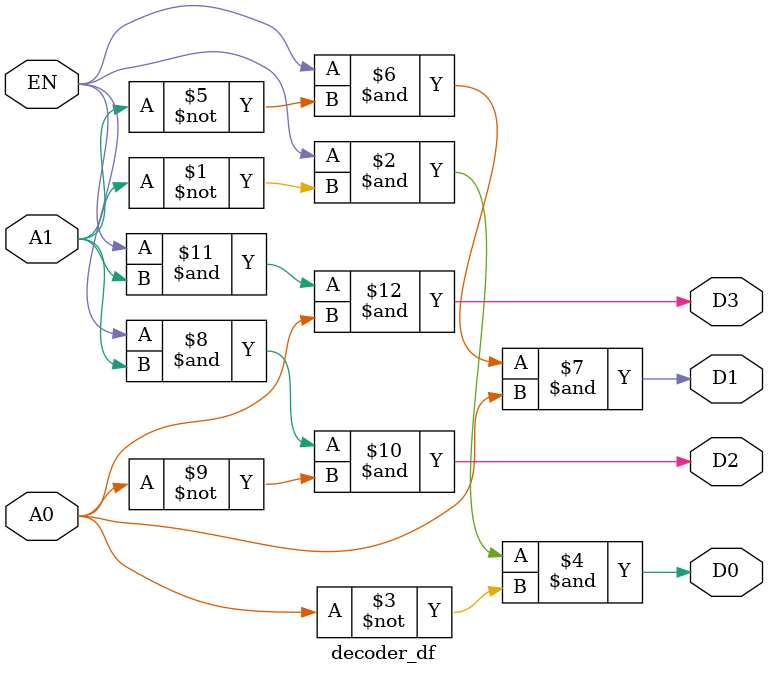
<source format=v>
module decoder_df(EN, A0, A1, D0, D1, D2, D3);
    input EN, A0, A1;
    output D0, D1, D2, D3;
    assign D0 = EN & ~A1 & ~A0;
    assign D1 = EN & ~A1 & A0;
    assign D2 = EN & A1 & ~A0;
    assign D3 = EN & A1 & A0;
endmodule
</source>
